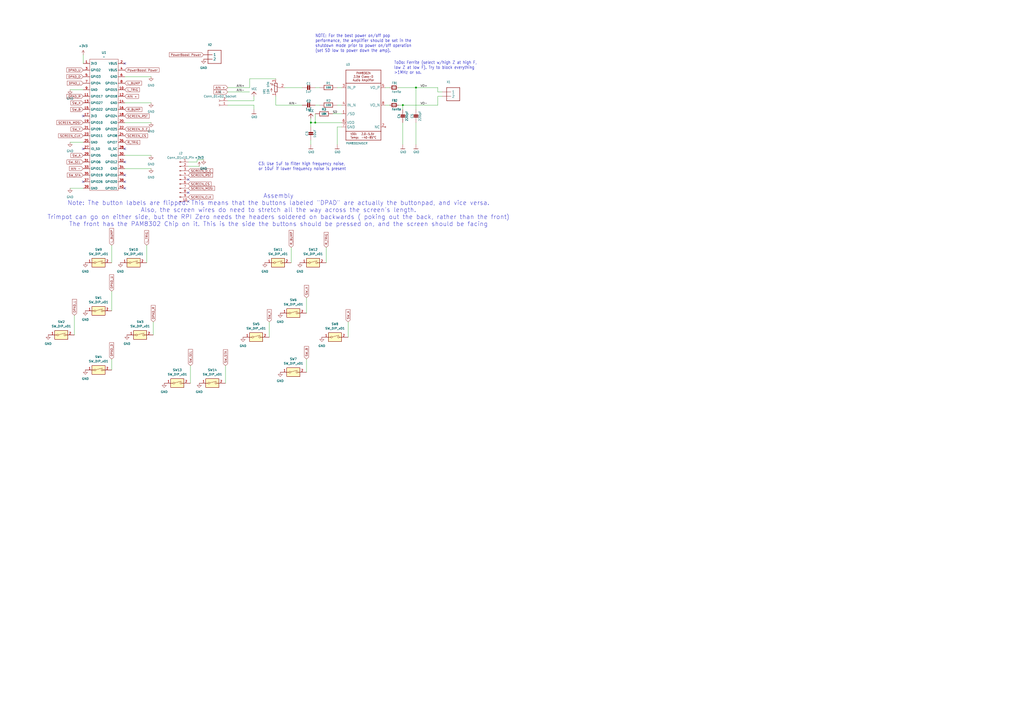
<source format=kicad_sch>
(kicad_sch (version 20250114) (generator "eeschema") (generator_version "9.0")
  (paper "A2")
  (lib_symbols
    (symbol "Adafruit PAM8302-eagle-import:AUDIOAMP_PAM8302A"
      (property "Reference" "U" (at -10.16 22.86 0))
      (symbol "AUDIOAMP_PAM8302A_1_0"
        (polyline (pts (xy -10.16 20.32) (xy 10.16 20.32)) (stroke (width 0.254)))
        (polyline (pts (xy -10.16 12.7) (xy -10.16 20.32)) (stroke (width 0.254)))
        (polyline (pts (xy -10.16 12.7) (xy 10.16 12.7)) (stroke (width 0.254)))
        (polyline (pts (xy -10.16 -15.24) (xy -10.16 12.7)) (stroke (width 0.254)))
        (polyline (pts (xy -10.16 -15.24) (xy -10.16 -20.32)) (stroke (width 0.254)))
        (polyline (pts (xy -10.16 -20.32) (xy 10.16 -20.32)) (stroke (width 0.254)))
        (polyline (pts (xy 10.16 20.32) (xy 10.16 12.7)) (stroke (width 0.254)))
        (polyline (pts (xy 10.16 12.7) (xy 10.16 -15.24)) (stroke (width 0.254)))
        (polyline (pts (xy 10.16 -15.24) (xy -10.16 -15.24)) (stroke (width 0.254)))
        (polyline (pts (xy 10.16 -20.32) (xy 10.16 -15.24)) (stroke (width 0.254)))
        (text "VDD:\nTemp:" (at -7.62 -17.78 0) (effects (font (size 1.27 1.0795)) (justify left)))
        (text "2.0-5.5V\n-40-85°C" (at -1.27 -17.78 0) (effects (font (size 1.27 1.0795)) (justify left)))
        (text "PAM8302A\n2.5W Class-D\nAudio Amplifier" (at 0 16.51 0) (effects (font (size 1.27 1.0795))))
        (pin input line (at -12.7 10.16 0) (length 2.54) (name "IN_P") (number "3"))
        (pin input line (at -12.7 0 0) (length 2.54) (name "IN_N") (number "4"))
        (pin input line (at -12.7 -5.08 0) (length 2.54) (name "/SD") (number "1"))
        (pin power_in line (at -12.7 -10.16 0) (length 2.54) (name "VDD") (number "6"))
        (pin power_in line (at -12.7 -12.7 0) (length 2.54) (name "GND") (number "7"))
        (pin output line (at 12.7 10.16 180) (length 2.54) (name "VO_P") (number "5"))
        (pin output line (at 12.7 0 180) (length 2.54) (name "VO_N") (number "8"))
        (pin no_connect line (at 12.7 -12.7 180) (length 2.54) (name "NC") (number "2"))
      )
    )
    (symbol "Adafruit PAM8302-eagle-import:CAP_CERAMIC0805-NOOUTLINE"
      (property "Reference" "C" (at -2.29 1.25 90))
      (symbol "CAP_CERAMIC0805-NOOUTLINE_1_0"
        (rectangle (start -1.27 1.524) (end 1.27 2.032) (fill (type outline)))
        (rectangle (start -1.27 0.508) (end 1.27 1.016) (fill (type outline)))
        (polyline (pts (xy 0 2.54) (xy 0 1.778)) (stroke (width 0.1524)))
        (polyline (pts (xy 0 0.762) (xy 0 0)) (stroke (width 0.1524)))
        (pin passive line (at 0 5.08 270) (length 2.54) (name "1") (number "1"))
        (pin passive line (at 0 -2.54 90) (length 2.54) (name "2") (number "2"))
      )
    )
    (symbol "Adafruit PAM8302-eagle-import:FERRITE_0805"
      (property "Reference" "FB" (at -1.27 1.905 0))
      (symbol "FERRITE_0805_1_0"
        (polyline (pts (xy -1.27 0.9525) (xy 1.27 0.9525)) (stroke (width 0.4064)))
        (polyline (pts (xy -1.27 -0.9525) (xy -1.27 0.9525)) (stroke (width 0.4064)))
        (polyline (pts (xy 1.27 0.9525) (xy 1.27 -0.9525)) (stroke (width 0.4064)))
        (polyline (pts (xy 1.27 -0.9525) (xy -1.27 -0.9525)) (stroke (width 0.4064)))
        (pin passive line (at -2.54 0 0) (length 2.54) (name "P$1") (number "1"))
        (pin passive line (at 2.54 0 180) (length 2.54) (name "P$2") (number "2"))
      )
    )
    (symbol "Adafruit PAM8302-eagle-import:GND" (power)
      (symbol "GND_1_0"
        (polyline (pts (xy -1.27 0) (xy 1.27 0)) (stroke (width 0.254)))
        (pin power_in line (at 0 2.54 270) (length 2.54) (name "GND") (number "1"))
      )
    )
    (symbol "Adafruit PAM8302-eagle-import:RESISTOR0805_NOOUTLINE"
      (property "Reference" "R" (at 0 2.54 0))
      (symbol "RESISTOR0805_NOOUTLINE_1_0"
        (polyline (pts (xy -2.54 1.27) (xy 2.54 1.27)) (stroke (width 0.254)))
        (polyline (pts (xy -2.54 -1.27) (xy -2.54 1.27)) (stroke (width 0.254)))
        (polyline (pts (xy 2.54 1.27) (xy 2.54 -1.27)) (stroke (width 0.254)))
        (polyline (pts (xy 2.54 -1.27) (xy -2.54 -1.27)) (stroke (width 0.254)))
        (pin passive line (at -5.08 0 0) (length 2.54) (name "1") (number "1"))
        (pin passive line (at 5.08 0 180) (length 2.54) (name "2") (number "2"))
      )
    )
    (symbol "Adafruit PAM8302-eagle-import:TERMBLOCK_1X2"
      (property "Reference" "X" (at -2.54 7.62 0))
      (symbol "TERMBLOCK_1X2_1_0"
        (polyline (pts (xy -2.54 5.08) (xy -2.54 -2.54)) (stroke (width 0.254)))
        (polyline (pts (xy -2.54 -2.54) (xy 5.08 -2.54)) (stroke (width 0.254)))
        (polyline (pts (xy 5.08 5.08) (xy -2.54 5.08)) (stroke (width 0.254)))
        (polyline (pts (xy 5.08 -2.54) (xy 5.08 5.08)) (stroke (width 0.254)))
        (pin passive line (at -5.08 2.54 0) (length 5.08) (name "1") (number "1"))
        (pin passive line (at -5.08 0 0) (length 5.08) (name "2") (number "2"))
      )
    )
    (symbol "Adafruit PAM8302-eagle-import:TRIMPOT3303W/X"
      (property "Reference" "VR" (at -5.969 -3.81 90))
      (symbol "TRIMPOT3303W/X_1_0"
        (polyline (pts (xy -3.1989 2.4495) (xy -1.7018 2.2352)) (stroke (width 0.1524)))
        (polyline (pts (xy -2.54 -0.508) (xy -3.048 -1.524)) (stroke (width 0.1524)))
        (polyline (pts (xy -2.54 -0.508) (xy -2.032 -1.524)) (stroke (width 0.1524)))
        (polyline (pts (xy -2.54 -2.54) (xy -2.54 -0.508)) (stroke (width 0.1524)))
        (polyline (pts (xy -2.1597 1.2939) (xy -3.1989 2.4495)) (stroke (width 0.1524)))
        (polyline (pts (xy -2.1597 1.2939) (xy -1.7018 2.2352)) (stroke (width 0.1524)))
        (polyline (pts (xy -0.762 2.54) (xy -0.762 -2.54)) (stroke (width 0.254)))
        (polyline (pts (xy -0.762 -2.54) (xy 0.762 -2.54)) (stroke (width 0.254)))
        (polyline (pts (xy 0.762 2.54) (xy -0.762 2.54)) (stroke (width 0.254)))
        (polyline (pts (xy 0.762 -2.54) (xy 0.762 2.54)) (stroke (width 0.254)))
        (polyline (pts (xy 1.651 0) (xy -1.8796 1.7526)) (stroke (width 0.1524)))
        (polyline (pts (xy 2.54 0) (xy 1.651 0)) (stroke (width 0.1524)))
        (pin passive line (at 0 5.08 270) (length 2.54) (name "E") (number "3"))
        (pin passive line (at 0 -5.08 90) (length 2.54) (name "A") (number "1"))
        (pin passive line (at 5.08 0 180) (length 2.54) (name "S") (number "2"))
      )
    )
    (symbol "Adafruit PAM8302-eagle-import:VCC" (power)
      (symbol "VCC_1_0"
        (polyline (pts (xy -1.27 -1.27) (xy 0 0)) (stroke (width 0.254)))
        (polyline (pts (xy 0 0) (xy 1.27 -1.27)) (stroke (width 0.254)))
        (pin power_in line (at 0 -2.54 90) (length 2.54) (name "VCC") (number "1"))
      )
    )
    (symbol "Connector:Conn_01x02_Socket" (pin_names (offset 1.016) (hide yes))
      (property "Reference" "J" (at 0 2.54 0))
      (property "Value" "Conn_01x02_Socket" (at 0 -5.08 0))
      (symbol "Conn_01x02_Socket_1_1"
        (polyline (pts (xy -1.27 0) (xy -0.508 0)) (stroke (width 0.1524)))
        (polyline (pts (xy -1.27 -2.54) (xy -0.508 -2.54)) (stroke (width 0.1524)))
        (arc (start 0 -0.508) (mid -0.5058 0) (end 0 0.508) (stroke (width 0.1524)))
        (arc (start 0 -3.048) (mid -0.5058 -2.54) (end 0 -2.032) (stroke (width 0.1524)))
        (pin passive line (at -5.08 0 0) (length 3.81) (name "Pin_1") (number "1"))
        (pin passive line (at -5.08 -2.54 0) (length 3.81) (name "Pin_2") (number "2"))
      )
    )
    (symbol "Connector:Conn_01x10_Pin" (pin_names (offset 1.016) (hide yes))
      (property "Reference" "J" (at 0 12.7 0))
      (property "Value" "Conn_01x10_Pin" (at 0 -15.24 0))
      (symbol "Conn_01x10_Pin_1_1"
        (rectangle (start 0.8636 10.287) (end 0 10.033) (stroke (width 0.1524)) (fill (type outline)))
        (rectangle (start 0.8636 7.747) (end 0 7.493) (stroke (width 0.1524)) (fill (type outline)))
        (rectangle (start 0.8636 5.207) (end 0 4.953) (stroke (width 0.1524)) (fill (type outline)))
        (rectangle (start 0.8636 2.667) (end 0 2.413) (stroke (width 0.1524)) (fill (type outline)))
        (rectangle (start 0.8636 0.127) (end 0 -0.127) (stroke (width 0.1524)) (fill (type outline)))
        (rectangle (start 0.8636 -2.413) (end 0 -2.667) (stroke (width 0.1524)) (fill (type outline)))
        (rectangle (start 0.8636 -4.953) (end 0 -5.207) (stroke (width 0.1524)) (fill (type outline)))
        (rectangle (start 0.8636 -7.493) (end 0 -7.747) (stroke (width 0.1524)) (fill (type outline)))
        (rectangle (start 0.8636 -10.033) (end 0 -10.287) (stroke (width 0.1524)) (fill (type outline)))
        (rectangle (start 0.8636 -12.573) (end 0 -12.827) (stroke (width 0.1524)) (fill (type outline)))
        (polyline (pts (xy 1.27 10.16) (xy 0.8636 10.16)) (stroke (width 0.1524)))
        (polyline (pts (xy 1.27 7.62) (xy 0.8636 7.62)) (stroke (width 0.1524)))
        (polyline (pts (xy 1.27 5.08) (xy 0.8636 5.08)) (stroke (width 0.1524)))
        (polyline (pts (xy 1.27 2.54) (xy 0.8636 2.54)) (stroke (width 0.1524)))
        (polyline (pts (xy 1.27 0) (xy 0.8636 0)) (stroke (width 0.1524)))
        (polyline (pts (xy 1.27 -2.54) (xy 0.8636 -2.54)) (stroke (width 0.1524)))
        (polyline (pts (xy 1.27 -5.08) (xy 0.8636 -5.08)) (stroke (width 0.1524)))
        (polyline (pts (xy 1.27 -7.62) (xy 0.8636 -7.62)) (stroke (width 0.1524)))
        (polyline (pts (xy 1.27 -10.16) (xy 0.8636 -10.16)) (stroke (width 0.1524)))
        (polyline (pts (xy 1.27 -12.7) (xy 0.8636 -12.7)) (stroke (width 0.1524)))
        (pin passive line (at 5.08 10.16 180) (length 3.81) (name "Pin_1") (number "1"))
        (pin passive line (at 5.08 7.62 180) (length 3.81) (name "Pin_2") (number "2"))
        (pin passive line (at 5.08 5.08 180) (length 3.81) (name "Pin_3") (number "3"))
        (pin passive line (at 5.08 2.54 180) (length 3.81) (name "Pin_4") (number "4"))
        (pin passive line (at 5.08 0 180) (length 3.81) (name "Pin_5") (number "5"))
        (pin passive line (at 5.08 -2.54 180) (length 3.81) (name "Pin_6") (number "6"))
        (pin passive line (at 5.08 -5.08 180) (length 3.81) (name "Pin_7") (number "7"))
        (pin passive line (at 5.08 -7.62 180) (length 3.81) (name "Pin_8") (number "8"))
        (pin passive line (at 5.08 -10.16 180) (length 3.81) (name "Pin_9") (number "9"))
        (pin passive line (at 5.08 -12.7 180) (length 3.81) (name "Pin_10") (number "10"))
      )
    )
    (symbol "Switch:SW_DIP_x01" (pin_names (offset 0) (hide yes))
      (property "Reference" "SW" (at 0 3.81 0))
      (property "Value" "SW_DIP_x01" (at 0 -3.81 0))
      (symbol "SW_DIP_x01_0_0"
        (circle (center -2.032 0) (radius 0.508))
        (polyline (pts (xy -1.524 0.127) (xy 2.3622 1.1684)))
        (circle (center 2.032 0) (radius 0.508))
      )
      (symbol "SW_DIP_x01_0_1"
        (rectangle (start -3.81 2.54) (end 3.81 -2.54) (stroke (width 0.254)) (fill (type background)))
      )
      (symbol "SW_DIP_x01_1_1"
        (pin passive line (at -7.62 0 0) (length 5.08) (name "~") (number "1"))
        (pin passive line (at 7.62 0 180) (length 5.08) (name "~") (number "2"))
      )
    )
    (symbol "pi_zero_connector:RPI_Zero_Header"
      (property "Reference" "U" (at 0 0 0))
      (symbol "RPI_Zero_Header_0_1"
        (rectangle (start -6.35 19.05) (end 10.16 -57.15))
      )
      (symbol "RPI_Zero_Header_1_1"
        (pin passive line (at -10.16 16.51 0) (length 3.81) (name "3V3") (number "1"))
        (pin passive line (at -10.16 12.7 0) (length 3.81) (name "GPIO2") (number "3"))
        (pin passive line (at -10.16 8.89 0) (length 3.81) (name "GPIO3") (number "5"))
        (pin passive line (at -10.16 5.08 0) (length 3.81) (name "GPIO4") (number "7"))
        (pin passive line (at -10.16 1.27 0) (length 3.81) (name "GND") (number "9"))
        (pin passive line (at -10.16 -2.54 0) (length 3.81) (name "GPIO17") (number "11"))
        (pin passive line (at -10.16 -6.35 0) (length 3.81) (name "GPIO27") (number "13"))
        (pin passive line (at -10.16 -10.16 0) (length 3.81) (name "GPIO22") (number "15"))
        (pin passive line (at -10.16 -13.97 0) (length 3.81) (name "3V3") (number "17"))
        (pin passive line (at -10.16 -17.78 0) (length 3.81) (name "GPIO10") (number "19"))
        (pin passive line (at -10.16 -21.59 0) (length 3.81) (name "GPIO9") (number "21"))
        (pin passive line (at -10.16 -25.4 0) (length 3.81) (name "GPIO11") (number "23"))
        (pin passive line (at -10.16 -29.21 0) (length 3.81) (name "GND") (number "25"))
        (pin passive line (at -10.16 -33.02 0) (length 3.81) (name "ID_SD") (number "27"))
        (pin passive line (at -10.16 -36.83 0) (length 3.81) (name "GPIO5") (number "29"))
        (pin passive line (at -10.16 -40.64 0) (length 3.81) (name "GPIO6") (number "31"))
        (pin passive line (at -10.16 -44.45 0) (length 3.81) (name "GPIO13") (number "33"))
        (pin passive line (at -10.16 -48.26 0) (length 3.81) (name "GPIO19") (number "35"))
        (pin passive line (at -10.16 -52.07 0) (length 3.81) (name "GPIO26") (number "37"))
        (pin passive line (at -10.16 -55.88 0) (length 3.81) (name "GND") (number "39"))
        (pin passive line (at 13.97 16.51 180) (length 3.81) (name "VBUS") (number "2"))
        (pin passive line (at 13.97 12.7 180) (length 3.81) (name "VBUS") (number "4"))
        (pin passive line (at 13.97 8.89 180) (length 3.81) (name "GND") (number "6"))
        (pin passive line (at 13.97 5.08 180) (length 3.81) (name "GPIO14") (number "8"))
        (pin passive line (at 13.97 1.27 180) (length 3.81) (name "GPIO15") (number "10"))
        (pin passive line (at 13.97 -2.54 180) (length 3.81) (name "GPIO18") (number "12"))
        (pin passive line (at 13.97 -6.35 180) (length 3.81) (name "GND") (number "14"))
        (pin passive line (at 13.97 -10.16 180) (length 3.81) (name "GPIO23") (number "16"))
        (pin passive line (at 13.97 -13.97 180) (length 3.81) (name "GPIO24") (number "18"))
        (pin passive line (at 13.97 -17.78 180) (length 3.81) (name "GND") (number "20"))
        (pin passive line (at 13.97 -21.59 180) (length 3.81) (name "GPIO25") (number "22"))
        (pin passive line (at 13.97 -25.4 180) (length 3.81) (name "GPIO8") (number "24"))
        (pin passive line (at 13.97 -29.21 180) (length 3.81) (name "GPIO7") (number "26"))
        (pin passive line (at 13.97 -33.02 180) (length 3.81) (name "ID_SC") (number "28"))
        (pin passive line (at 13.97 -36.83 180) (length 3.81) (name "GND") (number "30"))
        (pin passive line (at 13.97 -40.64 180) (length 3.81) (name "GPIO12") (number "32"))
        (pin passive line (at 13.97 -44.45 180) (length 3.81) (name "GND") (number "34"))
        (pin passive line (at 13.97 -48.26 180) (length 3.81) (name "GPIO16") (number "36"))
        (pin passive line (at 13.97 -52.07 180) (length 3.81) (name "GPIO20") (number "38"))
        (pin passive line (at 13.97 -55.88 180) (length 3.81) (name "GPIO21") (number "40"))
      )
    )
    (symbol "power:+3V3" (power) (pin_numbers (hide yes)) (pin_names (offset 0) (hide yes))
      (property "Value" "+3V3" (at 0 3.556 0))
      (symbol "+3V3_0_1"
        (polyline (pts (xy -0.762 1.27) (xy 0 2.54)))
        (polyline (pts (xy 0 2.54) (xy 0.762 1.27)))
        (polyline (pts (xy 0 0) (xy 0 2.54)))
      )
      (symbol "+3V3_1_1"
        (pin power_in line (at 0 0 90) (length 0) (name "~") (number "1"))
      )
    )
    (symbol "power:GND" (power) (pin_numbers (hide yes)) (pin_names (offset 0) (hide yes))
      (property "Value" "GND" (at 0 -3.81 0))
      (symbol "GND_0_1"
        (polyline (pts (xy 0 0) (xy 0 -1.27) (xy 1.27 -1.27) (xy 0 -2.54) (xy -1.27 -1.27) (xy 0 -1.27)))
      )
      (symbol "GND_1_1"
        (pin power_in line (at 0 0 270) (length 0) (name "~") (number "1"))
      )
    )
  )
  (text "Assembly\nNote: The button labels are flipped. This means that the buttons labeled \"DPAD\" are actually the buttonpad, and vice versa.\nAlso, the screen wires do need to stretch all the way across the screen's length.\nTrimpot can go on either side, but the RPI Zero needs the headers soldered on backwards ( poking out the back, rather than the front)\nThe front has the PAM8302 Chip on it. This is the side the buttons should be pressed on, and the screen should be facing" (at 161.544 121.92 0) (effects (font (size 2.54 2.54))))
  (text "NOTE: For the best power on/off pop\nperformance, the amplifier should be set in the\nshutdown mode prior to power on/off operation\n(set SD low to power down the amp)." (at 182.88 30.48 0) (effects (font (size 1.778 1.5113)) (justify left bottom)))
  (text "C3: Use 1uF to filter high frequency noise,\nor 10uF if lower frequency noise is present" (at 149.86 99.06 0) (effects (font (size 1.778 1.5113)) (justify left bottom)))
  (text "ToDo: Ferrite (select w/high Z at high F,\nlow Z at low F). Try to block everything\n>1MHz or so." (at 228.6 43.18 0) (effects (font (size 1.778 1.5113)) (justify left bottom)))
  (junction (at 180.34 71.12))
  (junction (at 241.3 50.8))
  (junction (at 182.88 71.12))
  (junction (at 233.68 60.96))
  (no_connect (at 72.39 93.98))
  (no_connect (at 109.22 111.76))
  (no_connect (at 48.26 67.31))
  (no_connect (at 109.22 116.84))
  (no_connect (at 48.26 86.36))
  (no_connect (at 48.26 105.41))
  (no_connect (at 109.22 104.14))
  (no_connect (at 72.39 105.41))
  (no_connect (at 72.39 109.22))
  (no_connect (at 72.39 86.36))
  (no_connect (at 72.39 36.83))
  (no_connect (at 72.39 101.6))
  (wire (pts (xy 256.54 55.88) (xy 254 55.88)) (stroke (width 0.1524)))
  (wire (pts (xy 48.26 31.75) (xy 48.26 36.83)))
  (wire (pts (xy 182.88 66.04) (xy 182.88 71.12)) (stroke (width 0.1524)))
  (wire (pts (xy 177.8 172.72) (xy 177.8 181.61)))
  (wire (pts (xy 147.32 58.42) (xy 147.32 55.88)) (stroke (width 0.1524)))
  (wire (pts (xy 64.77 208.28) (xy 64.77 214.63)))
  (wire (pts (xy 147.32 60.96) (xy 147.32 63.5)) (stroke (width 0.1524)))
  (wire (pts (xy 144.78 45.72) (xy 160.02 45.72)) (stroke (width 0.1524)))
  (wire (pts (xy 241.3 71.12) (xy 241.3 83.82)) (stroke (width 0.1524)))
  (wire (pts (xy 114.3 92.71) (xy 114.3 93.98)))
  (wire (pts (xy 198.12 60.96) (xy 195.58 60.96)) (stroke (width 0.1524)))
  (wire (pts (xy 87.63 59.69) (xy 72.39 59.69)))
  (wire (pts (xy 198.12 73.66) (xy 195.58 73.66)) (stroke (width 0.1524)))
  (wire (pts (xy 40.64 109.22) (xy 48.26 109.22)))
  (wire (pts (xy 180.34 81.28) (xy 180.34 83.82)) (stroke (width 0.1524)))
  (wire (pts (xy 88.9 186.69) (xy 88.9 194.31)))
  (wire (pts (xy 223.52 60.96) (xy 226.06 60.96)) (stroke (width 0.1524)))
  (wire (pts (xy 233.68 71.12) (xy 233.68 83.82)) (stroke (width 0.1524)))
  (wire (pts (xy 132.08 58.42) (xy 147.32 58.42)) (stroke (width 0.1524)))
  (wire (pts (xy 185.42 60.96) (xy 182.88 60.96)) (stroke (width 0.1524)))
  (wire (pts (xy 241.3 50.8) (xy 241.3 63.5)) (stroke (width 0.1524)))
  (wire (pts (xy 189.23 143.51) (xy 189.23 152.4)))
  (wire (pts (xy 231.14 60.96) (xy 233.68 60.96)) (stroke (width 0.1524)))
  (wire (pts (xy 198.12 50.8) (xy 195.58 50.8)) (stroke (width 0.1524)))
  (wire (pts (xy 130.81 212.09) (xy 130.81 222.25)))
  (wire (pts (xy 231.14 50.8) (xy 241.3 50.8)) (stroke (width 0.1524)))
  (wire (pts (xy 64.77 168.91) (xy 64.77 180.34)))
  (wire (pts (xy 233.68 60.96) (xy 233.68 63.5)) (stroke (width 0.1524)))
  (wire (pts (xy 114.3 93.98) (xy 109.22 93.98)))
  (wire (pts (xy 175.26 60.96) (xy 160.02 60.96)) (stroke (width 0.1524)))
  (wire (pts (xy 40.64 82.55) (xy 48.26 82.55)))
  (wire (pts (xy 87.63 97.79) (xy 72.39 97.79)))
  (wire (pts (xy 132.08 60.96) (xy 147.32 60.96)) (stroke (width 0.1524)))
  (wire (pts (xy 144.78 50.8) (xy 144.78 45.72)) (stroke (width 0.1524)))
  (wire (pts (xy 115.57 96.52) (xy 109.22 96.52)))
  (wire (pts (xy 223.52 50.8) (xy 226.06 50.8)) (stroke (width 0.1524)))
  (wire (pts (xy 254 53.34) (xy 254 50.8)) (stroke (width 0.1524)))
  (wire (pts (xy 254 55.88) (xy 254 60.96)) (stroke (width 0.1524)))
  (wire (pts (xy 85.09 142.24) (xy 85.09 152.4)))
  (wire (pts (xy 241.3 50.8) (xy 254 50.8)) (stroke (width 0.1524)))
  (wire (pts (xy 256.54 53.34) (xy 254 53.34)) (stroke (width 0.1524)))
  (wire (pts (xy 180.34 71.12) (xy 180.34 68.58)) (stroke (width 0.1524)))
  (wire (pts (xy 233.68 60.96) (xy 254 60.96)) (stroke (width 0.1524)))
  (wire (pts (xy 110.49 212.09) (xy 110.49 222.25)))
  (wire (pts (xy 87.63 90.17) (xy 72.39 90.17)))
  (wire (pts (xy 177.8 208.28) (xy 177.8 215.9)))
  (wire (pts (xy 40.64 52.07) (xy 48.26 52.07)))
  (wire (pts (xy 156.21 186.69) (xy 156.21 195.58)))
  (wire (pts (xy 118.11 92.71) (xy 114.3 92.71)))
  (wire (pts (xy 160.02 60.96) (xy 160.02 55.88)) (stroke (width 0.1524)))
  (wire (pts (xy 43.18 182.88) (xy 43.18 194.31)))
  (wire (pts (xy 182.88 50.8) (xy 185.42 50.8)) (stroke (width 0.1524)))
  (wire (pts (xy 198.12 66.04) (xy 193.04 66.04)) (stroke (width 0.1524)))
  (wire (pts (xy 201.93 186.69) (xy 201.93 195.58)))
  (wire (pts (xy 195.58 73.66) (xy 195.58 83.82)) (stroke (width 0.1524)))
  (wire (pts (xy 198.12 71.12) (xy 182.88 71.12)) (stroke (width 0.1524)))
  (wire (pts (xy 168.91 143.51) (xy 168.91 152.4)))
  (wire (pts (xy 165.1 50.8) (xy 175.26 50.8)) (stroke (width 0.1524)))
  (wire (pts (xy 182.88 71.12) (xy 180.34 71.12)) (stroke (width 0.1524)))
  (wire (pts (xy 87.63 71.12) (xy 72.39 71.12)))
  (wire (pts (xy 144.78 53.34) (xy 132.08 53.34)) (stroke (width 0.1524)))
  (wire (pts (xy 180.34 71.12) (xy 180.34 73.66)) (stroke (width 0.1524)))
  (wire (pts (xy 72.39 44.45) (xy 87.63 44.45)))
  (wire (pts (xy 64.77 142.24) (xy 64.77 152.4)))
  (wire (pts (xy 144.78 50.8) (xy 132.08 50.8)) (stroke (width 0.1524)))
  (label "VO+" (at 243.84 50.8 0) (effects (font (size 1.2446 1.2446))))
  (label "SD" (at 193.04 66.04 0) (effects (font (size 1.2446 1.2446))))
  (label "AIN-" (at 167.64 60.96 0) (effects (font (size 1.2446 1.2446))))
  (label "AIN-" (at 137.16 53.34 0) (effects (font (size 1.2446 1.2446))))
  (label "AIN+" (at 137.16 50.8 0) (effects (font (size 1.2446 1.2446))))
  (label "VO-" (at 243.84 60.96 0) (effects (font (size 1.2446 1.2446))))
  (global_label "SCREEN_CS" (shape input) (at 72.39 78.74 0) (property "Intersheetrefs" "${INTERSHEET_REFS}" (effects (hide yes))))
  (global_label "SW_X" (shape input) (at 177.8 172.72 90) (property "Intersheetrefs" "${INTERSHEET_REFS}" (effects (hide yes))))
  (global_label "L_BUMP" (shape input) (at 64.77 142.24 90) (property "Intersheetrefs" "${INTERSHEET_REFS}" (effects (hide yes))))
  (global_label "R_TRIG" (shape input) (at 72.39 82.55 0) (property "Intersheetrefs" "${INTERSHEET_REFS}" (effects (hide yes))))
  (global_label "SCREEN_CLK" (shape input) (at 109.22 114.3 0) (property "Intersheetrefs" "${INTERSHEET_REFS}" (effects (hide yes))))
  (global_label "DPAD_L" (shape input) (at 48.26 48.26 180) (property "Intersheetrefs" "${INTERSHEET_REFS}" (effects (hide yes))))
  (global_label "SCREEN_RST" (shape input) (at 109.22 101.6 0) (property "Intersheetrefs" "${INTERSHEET_REFS}" (effects (hide yes))))
  (global_label "SW_STA" (shape input) (at 130.81 212.09 90) (property "Intersheetrefs" "${INTERSHEET_REFS}" (effects (hide yes))))
  (global_label "SW_X" (shape input) (at 48.26 59.69 180) (property "Intersheetrefs" "${INTERSHEET_REFS}" (effects (hide yes))))
  (global_label "AIN +" (shape input) (at 132.08 50.8 180) (property "Intersheetrefs" "${INTERSHEET_REFS}" (effects (hide yes))))
  (global_label "SW_B" (shape input) (at 177.8 208.28 90) (property "Intersheetrefs" "${INTERSHEET_REFS}" (effects (hide yes))))
  (global_label "DPAD_U" (shape input) (at 48.26 40.64 180) (property "Intersheetrefs" "${INTERSHEET_REFS}" (effects (hide yes))))
  (global_label "DPAD_R" (shape input) (at 48.26 55.88 180) (property "Intersheetrefs" "${INTERSHEET_REFS}" (effects (hide yes))))
  (global_label "PowerBoost Power" (shape input) (at 72.39 40.64 0) (property "Intersheetrefs" "${INTERSHEET_REFS}" (effects (hide yes))))
  (global_label "L_TRIG" (shape input) (at 85.09 142.24 90) (property "Intersheetrefs" "${INTERSHEET_REFS}" (effects (hide yes))))
  (global_label "AIN -" (shape input) (at 132.08 53.34 180) (property "Intersheetrefs" "${INTERSHEET_REFS}" (effects (hide yes))))
  (global_label "SW_A" (shape input) (at 48.26 90.17 180) (property "Intersheetrefs" "${INTERSHEET_REFS}" (effects (hide yes))))
  (global_label "SW_B" (shape input) (at 48.26 63.5 180) (property "Intersheetrefs" "${INTERSHEET_REFS}" (effects (hide yes))))
  (global_label "R_TRIG" (shape input) (at 189.23 143.51 90) (property "Intersheetrefs" "${INTERSHEET_REFS}" (effects (hide yes))))
  (global_label "SW_Y" (shape input) (at 156.21 186.69 90) (property "Intersheetrefs" "${INTERSHEET_REFS}" (effects (hide yes))))
  (global_label "SCREEN_MOSI" (shape input) (at 109.22 109.22 0) (property "Intersheetrefs" "${INTERSHEET_REFS}" (effects (hide yes))))
  (global_label "AIN -" (shape input) (at 48.26 97.79 180) (property "Intersheetrefs" "${INTERSHEET_REFS}" (effects (hide yes))))
  (global_label "SCREEN_D_C" (shape input) (at 72.39 74.93 0) (property "Intersheetrefs" "${INTERSHEET_REFS}" (effects (hide yes))))
  (global_label "SCREEN_RST" (shape input) (at 72.39 67.31 0) (property "Intersheetrefs" "${INTERSHEET_REFS}" (effects (hide yes))))
  (global_label "SW_Y" (shape input) (at 48.26 74.93 180) (property "Intersheetrefs" "${INTERSHEET_REFS}" (effects (hide yes))))
  (global_label "SCREEN_D_C" (shape input) (at 109.22 99.06 0) (property "Intersheetrefs" "${INTERSHEET_REFS}" (effects (hide yes))))
  (global_label "SW_SEL" (shape input) (at 48.26 93.98 180) (property "Intersheetrefs" "${INTERSHEET_REFS}" (effects (hide yes))))
  (global_label "SCREEN_MOSI" (shape input) (at 48.26 71.12 180) (property "Intersheetrefs" "${INTERSHEET_REFS}" (effects (hide yes))))
  (global_label "AIN +" (shape input) (at 72.39 55.88 0) (property "Intersheetrefs" "${INTERSHEET_REFS}" (effects (hide yes))))
  (global_label "R_BUMP" (shape input) (at 72.39 63.5 0) (property "Intersheetrefs" "${INTERSHEET_REFS}" (effects (hide yes))))
  (global_label "SW_STA" (shape input) (at 48.26 101.6 180) (property "Intersheetrefs" "${INTERSHEET_REFS}" (effects (hide yes))))
  (global_label "SW_SEL" (shape input) (at 110.49 212.09 90) (property "Intersheetrefs" "${INTERSHEET_REFS}" (effects (hide yes))))
  (global_label "R_BUMP" (shape input) (at 168.91 143.51 90) (property "Intersheetrefs" "${INTERSHEET_REFS}" (effects (hide yes))))
  (global_label "DPAD_D" (shape input) (at 64.77 208.28 90) (property "Intersheetrefs" "${INTERSHEET_REFS}" (effects (hide yes))))
  (global_label "L_BUMP" (shape input) (at 72.39 48.26 0) (property "Intersheetrefs" "${INTERSHEET_REFS}" (effects (hide yes))))
  (global_label "DPAD_D" (shape input) (at 48.26 44.45 180) (property "Intersheetrefs" "${INTERSHEET_REFS}" (effects (hide yes))))
  (global_label "SCREEN_CS" (shape input) (at 109.22 106.68 0) (property "Intersheetrefs" "${INTERSHEET_REFS}" (effects (hide yes))))
  (global_label "DPAD_L" (shape input) (at 43.18 182.88 90) (property "Intersheetrefs" "${INTERSHEET_REFS}" (effects (hide yes))))
  (global_label "DPAD_R" (shape input) (at 88.9 186.69 90) (property "Intersheetrefs" "${INTERSHEET_REFS}" (effects (hide yes))))
  (global_label "SCREEN_CLK" (shape input) (at 48.26 78.74 180) (property "Intersheetrefs" "${INTERSHEET_REFS}" (effects (hide yes))))
  (global_label "SW_A" (shape input) (at 201.93 186.69 90) (property "Intersheetrefs" "${INTERSHEET_REFS}" (effects (hide yes))))
  (global_label "L_TRIG" (shape input) (at 72.39 52.07 0) (property "Intersheetrefs" "${INTERSHEET_REFS}" (effects (hide yes))))
  (global_label "DPAD_U" (shape input) (at 64.77 168.91 90) (property "Intersheetrefs" "${INTERSHEET_REFS}" (effects (hide yes))))
  (global_label "PowerBoost Power" (shape input) (at 118.11 31.75 180) (property "Intersheetrefs" "${INTERSHEET_REFS}" (effects (hide yes))))
  (symbol (lib_id "Adafruit PAM8302-eagle-import:CAP_CERAMIC0805-NOOUTLINE") (at 241.3 68.58 0) (unit 1)
    (property "Reference" "C5" (at 239.01 67.33 90))
    (property "Value" "220pF" (at 243.6 67.33 90))
    (property "Footprint" "Capacitor_SMD:C_0805_2012Metric_Pad1.18x1.45mm_HandSolder" (effects (hide yes)))
  )
  (symbol (lib_id "Adafruit PAM8302-eagle-import:GND") (at 233.68 86.36 0) (unit 1)
    (property "Reference" "#U$07" (effects (hide yes)))
    (property "Value" "GND" (at 232.156 88.9 0) (effects (font (size 1.27 1.0795)) (justify left bottom)))
  )
  (symbol (lib_id "Adafruit PAM8302-eagle-import:TERMBLOCK_1X2") (at 123.19 34.29 0) (unit 1)
    (property "Reference" "X2" (at 120.65 26.67 0) (effects (font (size 1.27 1.0795)) (justify left bottom)))
    (property "Value" "TERMBLOCK_1X2" (effects (hide yes)))
    (property "Footprint" "TerminalBlock_4Ucon:TerminalBlock_4Ucon_1x02_P3.50mm_Horizontal" (effects (hide yes)))
  )
  (symbol (lib_id "Adafruit PAM8302-eagle-import:FERRITE_0805") (at 228.6 50.8 0) (unit 1)
    (property "Reference" "FB1" (at 227.33 48.895 0) (effects (font (size 1.27 1.0795)) (justify left bottom)))
    (property "Value" "Ferrite" (at 227.33 53.975 0) (effects (font (size 1.27 1.0795)) (justify left bottom)))
    (property "Footprint" "Capacitor_SMD:C_0805_2012Metric" (effects (hide yes)))
  )
  (symbol (lib_id "Adafruit PAM8302-eagle-import:GND") (at 241.3 86.36 0) (unit 1)
    (property "Reference" "#U$08" (effects (hide yes)))
    (property "Value" "GND" (at 239.776 88.9 0) (effects (font (size 1.27 1.0795)) (justify left bottom)))
  )
  (symbol (lib_id "Adafruit PAM8302-eagle-import:AUDIOAMP_PAM8302A") (at 210.82 60.96 0) (unit 1)
    (property "Reference" "U3" (at 200.66 38.1 0) (effects (font (size 1.27 1.0795)) (justify left bottom)))
    (property "Value" "PAM8302AASCR" (at 200.66 83.82 0) (effects (font (size 1.27 1.0795)) (justify left bottom)))
    (property "Footprint" "lib:PAM8302AADCR" (effects (hide yes)))
  )
  (symbol (lib_id "power:GND") (at 118.11 92.71 0) (unit 1)
    (property "Reference" "#PWR023" (effects (hide yes)))
    (property "Value" "GND" (at 118.11 97.79 0))
    (property "Description" "Power symbol creates a global label with name \"GND\" , ground" (effects (hide yes)))
  )
  (symbol (lib_id "power:GND") (at 49.53 214.63 0) (unit 1)
    (property "Reference" "#PWR04" (effects (hide yes)))
    (property "Value" "GND" (at 49.53 219.71 0))
    (property "Description" "Power symbol creates a global label with name \"GND\" , ground" (effects (hide yes)))
  )
  (symbol (lib_id "Switch:SW_DIP_x01") (at 161.29 152.4 0) (unit 1)
    (property "Reference" "SW11" (at 161.29 144.78 0))
    (property "Value" "SW_DIP_x01" (at 161.29 147.32 0))
    (property "Footprint" "Connector_PinHeader_2.54mm:PinHeader_1x02_P2.54mm_Vertical" (effects (hide yes)))
    (property "Description" "1x DIP Switch, Single Pole Single Throw (SPST) switch, small symbol" (effects (hide yes)))
  )
  (symbol (lib_id "Switch:SW_DIP_x01") (at 81.28 194.31 0) (unit 1)
    (property "Reference" "SW3" (at 81.28 186.69 0))
    (property "Value" "SW_DIP_x01" (at 81.28 189.23 0))
    (property "Footprint" "Button_Switch_THT:SW_PUSH_6mm" (effects (hide yes)))
    (property "Description" "1x DIP Switch, Single Pole Single Throw (SPST) switch, small symbol" (effects (hide yes)))
  )
  (symbol (lib_id "power:GND") (at 87.63 90.17 0) (unit 1)
    (property "Reference" "#PWR020" (effects (hide yes)))
    (property "Value" "GND" (at 87.63 95.25 0))
    (property "Description" "Power symbol creates a global label with name \"GND\" , ground" (effects (hide yes)))
  )
  (symbol (lib_id "Adafruit PAM8302-eagle-import:CAP_CERAMIC0805-NOOUTLINE") (at 180.34 78.74 0) (unit 1)
    (property "Reference" "C3" (at 178.05 77.49 90))
    (property "Value" "10uF" (at 182.64 77.49 90))
    (property "Footprint" "Capacitor_SMD:C_0805_2012Metric_Pad1.18x1.45mm_HandSolder" (effects (hide yes)))
  )
  (symbol (lib_id "power:GND") (at 186.69 195.58 0) (unit 1)
    (property "Reference" "#PWR013" (effects (hide yes)))
    (property "Value" "GND" (at 186.69 200.66 0))
    (property "Description" "Power symbol creates a global label with name \"GND\" , ground" (effects (hide yes)))
  )
  (symbol (lib_id "pi_zero_connector:RPI_Zero_Header") (at 58.42 53.34 0) (unit 1)
    (property "Reference" "U1" (at 60.325 30.48 0))
    (property "Value" "~" (at 60.325 33.02 0))
    (property "Footprint" "lib:RPI Zero Footprint" (effects (hide yes)))
  )
  (symbol (lib_id "Connector:Conn_01x02_Socket") (at 127 60.96 180) (unit 1)
    (property "Reference" "J1" (at 127.635 53.34 0))
    (property "Value" "Conn_01x02_Socket" (at 127.635 55.88 0))
    (property "Footprint" "Connector_PinHeader_2.54mm:PinHeader_1x02_P2.54mm_Vertical" (effects (hide yes)))
    (property "Description" "Generic connector, single row, 01x02, script generated" (effects (hide yes)))
  )
  (symbol (lib_id "Switch:SW_DIP_x01") (at 181.61 152.4 0) (unit 1)
    (property "Reference" "SW12" (at 181.61 144.78 0))
    (property "Value" "SW_DIP_x01" (at 181.61 147.32 0))
    (property "Footprint" "Connector_PinHeader_2.54mm:PinHeader_1x02_P2.54mm_Vertical" (effects (hide yes)))
    (property "Description" "1x DIP Switch, Single Pole Single Throw (SPST) switch, small symbol" (effects (hide yes)))
  )
  (symbol (lib_id "Adafruit PAM8302-eagle-import:VCC") (at 180.34 66.04 0) (unit 1)
    (property "Reference" "#P+01" (effects (hide yes)))
    (property "Value" "VCC" (at 178.816 65.024 0) (effects (font (size 1.27 1.0795)) (justify left bottom)))
  )
  (symbol (lib_id "Adafruit PAM8302-eagle-import:CAP_CERAMIC0805-NOOUTLINE") (at 177.8 50.8 270) (unit 1)
    (property "Reference" "C1" (at 179.05 48.51 90))
    (property "Value" "1uF" (at 179.05 53.1 90))
    (property "Footprint" "Capacitor_SMD:C_0805_2012Metric_Pad1.18x1.45mm_HandSolder" (effects (hide yes)))
  )
  (symbol (lib_id "Switch:SW_DIP_x01") (at 194.31 195.58 0) (unit 1)
    (property "Reference" "SW8" (at 194.31 187.96 0))
    (property "Value" "SW_DIP_x01" (at 194.31 190.5 0))
    (property "Footprint" "Button_Switch_THT:SW_PUSH_6mm" (effects (hide yes)))
    (property "Description" "1x DIP Switch, Single Pole Single Throw (SPST) switch, small symbol" (effects (hide yes)))
  )
  (symbol (lib_id "Switch:SW_DIP_x01") (at 148.59 195.58 0) (unit 1)
    (property "Reference" "SW5" (at 148.59 187.96 0))
    (property "Value" "SW_DIP_x01" (at 148.59 190.5 0))
    (property "Footprint" "Button_Switch_THT:SW_PUSH_6mm" (effects (hide yes)))
    (property "Description" "1x DIP Switch, Single Pole Single Throw (SPST) switch, small symbol" (effects (hide yes)))
  )
  (symbol (lib_id "Adafruit PAM8302-eagle-import:GND") (at 195.58 86.36 0) (unit 1)
    (property "Reference" "#U$02" (effects (hide yes)))
    (property "Value" "GND" (at 194.056 88.9 0) (effects (font (size 1.27 1.0795)) (justify left bottom)))
  )
  (symbol (lib_id "power:GND") (at 162.56 215.9 0) (unit 1)
    (property "Reference" "#PWR014" (effects (hide yes)))
    (property "Value" "GND" (at 162.56 220.98 0))
    (property "Description" "Power symbol creates a global label with name \"GND\" , ground" (effects (hide yes)))
  )
  (symbol (lib_id "power:GND") (at 49.53 152.4 0) (unit 1)
    (property "Reference" "#PWR05" (effects (hide yes)))
    (property "Value" "GND" (at 49.53 157.48 0))
    (property "Description" "Power symbol creates a global label with name \"GND\" , ground" (effects (hide yes)))
  )
  (symbol (lib_id "power:GND") (at 153.67 152.4 0) (unit 1)
    (property "Reference" "#PWR07" (effects (hide yes)))
    (property "Value" "GND" (at 153.67 157.48 0))
    (property "Description" "Power symbol creates a global label with name \"GND\" , ground" (effects (hide yes)))
  )
  (symbol (lib_id "power:GND") (at 73.66 194.31 0) (unit 1)
    (property "Reference" "#PWR03" (effects (hide yes)))
    (property "Value" "GND" (at 73.66 199.39 0))
    (property "Description" "Power symbol creates a global label with name \"GND\" , ground" (effects (hide yes)))
  )
  (symbol (lib_id "Switch:SW_DIP_x01") (at 77.47 152.4 0) (unit 1)
    (property "Reference" "SW10" (at 77.47 144.78 0))
    (property "Value" "SW_DIP_x01" (at 77.47 147.32 0))
    (property "Footprint" "Connector_PinHeader_2.54mm:PinHeader_1x02_P2.54mm_Vertical" (effects (hide yes)))
    (property "Description" "1x DIP Switch, Single Pole Single Throw (SPST) switch, small symbol" (effects (hide yes)))
  )
  (symbol (lib_id "power:GND") (at 87.63 97.79 0) (unit 1)
    (property "Reference" "#PWR019" (effects (hide yes)))
    (property "Value" "GND" (at 87.63 102.87 0))
    (property "Description" "Power symbol creates a global label with name \"GND\" , ground" (effects (hide yes)))
  )
  (symbol (lib_id "Adafruit PAM8302-eagle-import:TERMBLOCK_1X2") (at 261.62 55.88 0) (unit 1)
    (property "Reference" "X1" (at 259.08 48.26 0) (effects (font (size 1.27 1.0795)) (justify left bottom)))
    (property "Value" "TERMBLOCK_1X2" (effects (hide yes)))
    (property "Footprint" "TerminalBlock_4Ucon:TerminalBlock_4Ucon_1x02_P3.50mm_Horizontal" (effects (hide yes)))
  )
  (symbol (lib_id "Switch:SW_DIP_x01") (at 57.15 214.63 0) (unit 1)
    (property "Reference" "SW4" (at 57.15 207.01 0))
    (property "Value" "SW_DIP_x01" (at 57.15 209.55 0))
    (property "Footprint" "Button_Switch_THT:SW_PUSH_6mm" (effects (hide yes)))
    (property "Description" "1x DIP Switch, Single Pole Single Throw (SPST) switch, small symbol" (effects (hide yes)))
  )
  (symbol (lib_id "Adafruit PAM8302-eagle-import:CAP_CERAMIC0805-NOOUTLINE") (at 233.68 68.58 0) (unit 1)
    (property "Reference" "C4" (at 231.39 67.33 90))
    (property "Value" "220pF" (at 235.98 67.33 90))
    (property "Footprint" "Capacitor_SMD:C_0805_2012Metric_Pad1.18x1.45mm_HandSolder" (effects (hide yes)))
  )
  (symbol (lib_id "power:GND") (at 87.63 44.45 0) (unit 1)
    (property "Reference" "#PWR011" (effects (hide yes)))
    (property "Value" "GND" (at 87.63 49.53 0))
    (property "Description" "Power symbol creates a global label with name \"GND\" , ground" (effects (hide yes)))
  )
  (symbol (lib_id "power:GND") (at 49.53 180.34 0) (unit 1)
    (property "Reference" "#PWR02" (effects (hide yes)))
    (property "Value" "GND" (at 49.53 185.42 0))
    (property "Description" "Power symbol creates a global label with name \"GND\" , ground" (effects (hide yes)))
  )
  (symbol (lib_id "Switch:SW_DIP_x01") (at 170.18 181.61 0) (unit 1)
    (property "Reference" "SW6" (at 170.18 173.99 0))
    (property "Value" "SW_DIP_x01" (at 170.18 176.53 0))
    (property "Footprint" "Button_Switch_THT:SW_PUSH_6mm" (effects (hide yes)))
    (property "Description" "1x DIP Switch, Single Pole Single Throw (SPST) switch, small symbol" (effects (hide yes)))
  )
  (symbol (lib_id "power:GND") (at 40.64 82.55 0) (unit 1)
    (property "Reference" "#PWR017" (effects (hide yes)))
    (property "Value" "GND" (at 40.64 87.63 0))
    (property "Description" "Power symbol creates a global label with name \"GND\" , ground" (effects (hide yes)))
  )
  (symbol (lib_id "power:GND") (at 173.99 152.4 0) (unit 1)
    (property "Reference" "#PWR08" (effects (hide yes)))
    (property "Value" "GND" (at 173.99 157.48 0))
    (property "Description" "Power symbol creates a global label with name \"GND\" , ground" (effects (hide yes)))
  )
  (symbol (lib_id "power:GND") (at 87.63 71.12 0) (unit 1)
    (property "Reference" "#PWR021" (effects (hide yes)))
    (property "Value" "GND" (at 87.63 76.2 0))
    (property "Description" "Power symbol creates a global label with name \"GND\" , ground" (effects (hide yes)))
  )
  (symbol (lib_id "Adafruit PAM8302-eagle-import:RESISTOR0805_NOOUTLINE") (at 190.5 60.96 0) (unit 1)
    (property "Reference" "R2" (at 190.5 58.42 0))
    (property "Value" "100" (at 190.5 60.96 0) (effects (font (size 1.016 1.016) (thickness 0.2032) (bold yes))))
    (property "Footprint" "Resistor_SMD:R_0805_2012Metric" (effects (hide yes)))
  )
  (symbol (lib_id "Switch:SW_DIP_x01") (at 35.56 194.31 0) (unit 1)
    (property "Reference" "SW2" (at 35.56 186.69 0))
    (property "Value" "SW_DIP_x01" (at 35.56 189.23 0))
    (property "Footprint" "Button_Switch_THT:SW_PUSH_6mm" (effects (hide yes)))
    (property "Description" "1x DIP Switch, Single Pole Single Throw (SPST) switch, small symbol" (effects (hide yes)))
  )
  (symbol (lib_id "Adafruit PAM8302-eagle-import:GND") (at 147.32 66.04 0) (unit 1)
    (property "Reference" "#U$09" (effects (hide yes)))
    (property "Value" "GND" (at 145.796 68.58 0) (effects (font (size 1.27 1.0795)) (justify left bottom)))
  )
  (symbol (lib_id "power:GND") (at 87.63 59.69 0) (unit 1)
    (property "Reference" "#PWR022" (effects (hide yes)))
    (property "Value" "GND" (at 87.63 64.77 0))
    (property "Description" "Power symbol creates a global label with name \"GND\" , ground" (effects (hide yes)))
  )
  (symbol (lib_id "Adafruit PAM8302-eagle-import:CAP_CERAMIC0805-NOOUTLINE") (at 177.8 60.96 270) (unit 1)
    (property "Reference" "C2" (at 179.05 58.67 90))
    (property "Value" "1uF" (at 179.05 63.26 90))
    (property "Footprint" "Capacitor_SMD:C_0805_2012Metric_Pad1.18x1.45mm_HandSolder" (effects (hide yes)))
  )
  (symbol (lib_id "Adafruit PAM8302-eagle-import:VCC") (at 147.32 53.34 0) (unit 1)
    (property "Reference" "#P+02" (effects (hide yes)))
    (property "Value" "VCC" (at 145.796 52.324 0) (effects (font (size 1.27 1.0795)) (justify left bottom)))
  )
  (symbol (lib_id "power:GND") (at 27.94 194.31 0) (unit 1)
    (property "Reference" "#PWR01" (effects (hide yes)))
    (property "Value" "GND" (at 27.94 199.39 0))
    (property "Description" "Power symbol creates a global label with name \"GND\" , ground" (effects (hide yes)))
  )
  (symbol (lib_id "power:GND") (at 162.56 181.61 0) (unit 1)
    (property "Reference" "#PWR015" (effects (hide yes)))
    (property "Value" "GND" (at 162.56 186.69 0))
    (property "Description" "Power symbol creates a global label with name \"GND\" , ground" (effects (hide yes)))
  )
  (symbol (lib_id "Switch:SW_DIP_x01") (at 102.87 222.25 0) (unit 1)
    (property "Reference" "SW13" (at 102.87 214.63 0))
    (property "Value" "SW_DIP_x01" (at 102.87 217.17 0))
    (property "Footprint" "Button_Switch_THT:SW_PUSH_6mm" (effects (hide yes)))
    (property "Description" "1x DIP Switch, Single Pole Single Throw (SPST) switch, small symbol" (effects (hide yes)))
  )
  (symbol (lib_id "Switch:SW_DIP_x01") (at 57.15 152.4 0) (unit 1)
    (property "Reference" "SW9" (at 57.15 144.78 0))
    (property "Value" "SW_DIP_x01" (at 57.15 147.32 0))
    (property "Footprint" "Connector_PinHeader_2.54mm:PinHeader_1x02_P2.54mm_Vertical" (effects (hide yes)))
    (property "Description" "1x DIP Switch, Single Pole Single Throw (SPST) switch, small symbol" (effects (hide yes)))
  )
  (symbol (lib_id "Adafruit PAM8302-eagle-import:RESISTOR0805_NOOUTLINE") (at 190.5 50.8 0) (unit 1)
    (property "Reference" "R1" (at 190.5 48.26 0))
    (property "Value" "100" (at 190.5 50.8 0) (effects (font (size 1.016 1.016) (thickness 0.2032) (bold yes))))
    (property "Footprint" "Resistor_SMD:R_0805_2012Metric" (effects (hide yes)))
  )
  (symbol (lib_id "Switch:SW_DIP_x01") (at 170.18 215.9 0) (unit 1)
    (property "Reference" "SW7" (at 170.18 208.28 0))
    (property "Value" "SW_DIP_x01" (at 170.18 210.82 0))
    (property "Footprint" "Button_Switch_THT:SW_PUSH_6mm" (effects (hide yes)))
    (property "Description" "1x DIP Switch, Single Pole Single Throw (SPST) switch, small symbol" (effects (hide yes)))
  )
  (symbol (lib_id "power:GND") (at 140.97 195.58 0) (unit 1)
    (property "Reference" "#PWR016" (effects (hide yes)))
    (property "Value" "GND" (at 140.97 200.66 0))
    (property "Description" "Power symbol creates a global label with name \"GND\" , ground" (effects (hide yes)))
  )
  (symbol (lib_id "power:GND") (at 40.64 52.07 0) (unit 1)
    (property "Reference" "#PWR012" (effects (hide yes)))
    (property "Value" "GND" (at 40.64 57.15 0))
    (property "Description" "Power symbol creates a global label with name \"GND\" , ground" (effects (hide yes)))
  )
  (symbol (lib_id "power:GND") (at 95.25 222.25 0) (unit 1)
    (property "Reference" "#PWR09" (effects (hide yes)))
    (property "Value" "GND" (at 95.25 227.33 0))
    (property "Description" "Power symbol creates a global label with name \"GND\" , ground" (effects (hide yes)))
  )
  (symbol (lib_id "power:+3V3") (at 48.26 31.75 0) (unit 1)
    (property "Reference" "#PWR024" (effects (hide yes)))
    (property "Value" "+3V3" (at 48.26 26.67 0))
    (property "Description" "Power symbol creates a global label with name \"+3V3\"" (effects (hide yes)))
  )
  (symbol (lib_id "Adafruit PAM8302-eagle-import:GND") (at 180.34 86.36 0) (unit 1)
    (property "Reference" "#U$01" (effects (hide yes)))
    (property "Value" "GND" (at 178.816 88.9 0) (effects (font (size 1.27 1.0795)) (justify left bottom)))
  )
  (symbol (lib_id "power:GND") (at 115.57 222.25 0) (unit 1)
    (property "Reference" "#PWR010" (effects (hide yes)))
    (property "Value" "GND" (at 115.57 227.33 0))
    (property "Description" "Power symbol creates a global label with name \"GND\" , ground" (effects (hide yes)))
  )
  (symbol (lib_id "Switch:SW_DIP_x01") (at 123.19 222.25 0) (unit 1)
    (property "Reference" "SW14" (at 123.19 214.63 0))
    (property "Value" "SW_DIP_x01" (at 123.19 217.17 0))
    (property "Footprint" "Button_Switch_THT:SW_PUSH_6mm" (effects (hide yes)))
    (property "Description" "1x DIP Switch, Single Pole Single Throw (SPST) switch, small symbol" (effects (hide yes)))
  )
  (symbol (lib_id "Switch:SW_DIP_x01") (at 57.15 180.34 0) (unit 1)
    (property "Reference" "SW1" (at 57.15 172.72 0))
    (property "Value" "SW_DIP_x01" (at 57.15 175.26 0))
    (property "Footprint" "Button_Switch_THT:SW_PUSH_6mm" (effects (hide yes)))
    (property "Description" "1x DIP Switch, Single Pole Single Throw (SPST) switch, small symbol" (effects (hide yes)))
  )
  (symbol (lib_id "Adafruit PAM8302-eagle-import:TRIMPOT3303W/X") (at 160.02 50.8 0) (unit 1)
    (property "Reference" "VR1" (at 154.051 54.61 90) (effects (font (size 1.27 1.0795)) (justify left bottom)))
    (property "Value" "10K trim" (at 156.21 54.61 90) (effects (font (size 1.27 1.0795)) (justify left bottom)))
    (property "Footprint" "Potentiometer_THT:Potentiometer_Runtron_RM-065_Vertical" (effects (hide yes)))
  )
  (symbol (lib_id "power:GND") (at 69.85 152.4 0) (unit 1)
    (property "Reference" "#PWR06" (effects (hide yes)))
    (property "Value" "GND" (at 69.85 157.48 0))
    (property "Description" "Power symbol creates a global label with name \"GND\" , ground" (effects (hide yes)))
  )
  (symbol (lib_id "Adafruit PAM8302-eagle-import:RESISTOR0805_NOOUTLINE") (at 187.96 66.04 0) (unit 1)
    (property "Reference" "R3" (at 187.96 63.5 0))
    (property "Value" "10K" (at 187.96 66.04 0) (effects (font (size 1.016 1.016) (thickness 0.2032) (bold yes))))
    (property "Footprint" "Resistor_SMD:R_0805_2012Metric" (effects (hide yes)))
  )
  (symbol (lib_id "power:GND") (at 118.11 34.29 0) (unit 1)
    (property "Reference" "#PWR026" (effects (hide yes)))
    (property "Value" "GND" (at 118.11 39.37 0))
    (property "Description" "Power symbol creates a global label with name \"GND\" , ground" (effects (hide yes)))
  )
  (symbol (lib_id "power:GND") (at 40.64 109.22 0) (unit 1)
    (property "Reference" "#PWR018" (effects (hide yes)))
    (property "Value" "GND" (at 40.64 114.3 0))
    (property "Description" "Power symbol creates a global label with name \"GND\" , ground" (effects (hide yes)))
  )
  (symbol (lib_id "power:+3V3") (at 115.57 96.52 0) (unit 1)
    (property "Reference" "#PWR025" (effects (hide yes)))
    (property "Value" "+3V3" (at 115.57 91.44 0))
    (property "Description" "Power symbol creates a global label with name \"+3V3\"" (effects (hide yes)))
  )
  (symbol (lib_id "Connector:Conn_01x10_Pin") (at 104.14 104.14 0) (unit 1)
    (property "Reference" "J2" (at 104.775 88.9 0))
    (property "Value" "Conn_01x10_Pin" (at 104.775 91.44 0))
    (property "Footprint" "Connector_PinHeader_2.54mm:PinHeader_1x10_P2.54mm_Vertical" (effects (hide yes)))
    (property "Description" "Generic connector, single row, 01x10, script generated" (effects (hide yes)))
  )
  (symbol (lib_id "Adafruit PAM8302-eagle-import:FERRITE_0805") (at 228.6 60.96 0) (unit 1)
    (property "Reference" "FB2" (at 227.33 59.055 0) (effects (font (size 1.27 1.0795)) (justify left bottom)))
    (property "Value" "Ferrite" (at 227.33 64.135 0) (effects (font (size 1.27 1.0795)) (justify left bottom)))
    (property "Footprint" "Capacitor_SMD:C_0805_2012Metric" (effects (hide yes)))
  )
)
</source>
